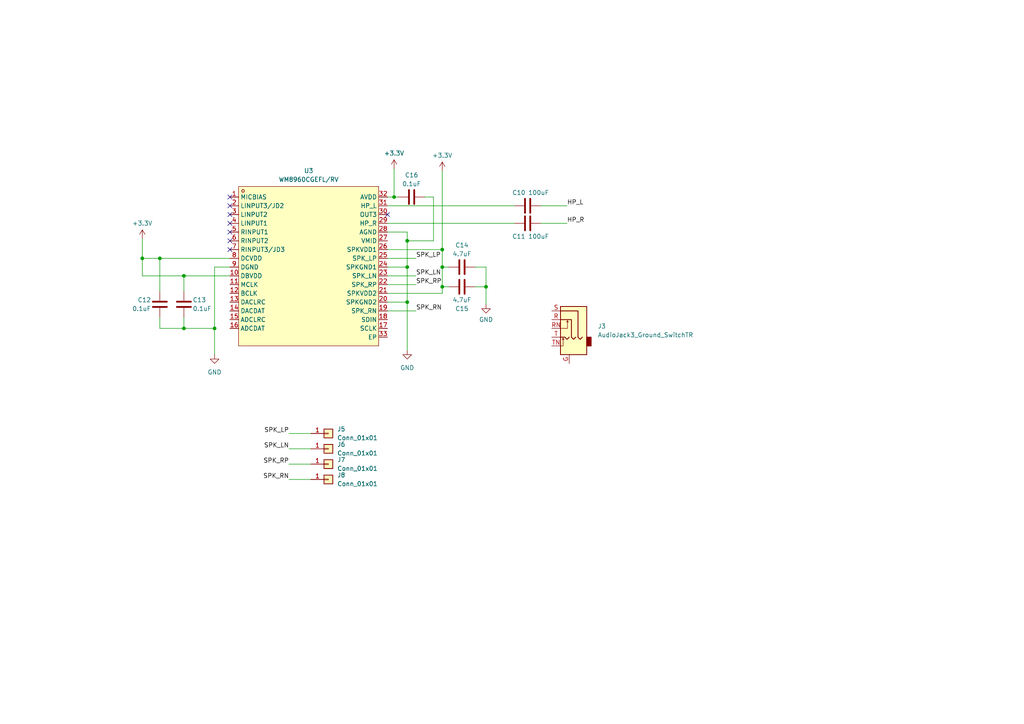
<source format=kicad_sch>
(kicad_sch (version 20230121) (generator eeschema)
  (paper "A4")
  (lib_symbols
    (symbol "Connector_Audio:AudioJack3_Ground_SwitchTR"
      (property "Reference" "J" (at 0 8.89 0))
      (property "Value" "AudioJack3_Ground_SwitchTR" (at 0 6.35 0))
      (symbol "AudioJack3_Ground_SwitchTR_0_1"
        (rectangle (start -5.08 -5.08) (end -6.35 -7.62) (stroke (width 0.254)) (fill (type outline)))
        (polyline (pts (xy 0.508 -0.254) (xy 0.762 -0.762)))
        (polyline (pts (xy 1.778 -5.334) (xy 2.032 -5.842)))
        (polyline (pts (xy 0 -5.08) (xy 0.635 -5.715) (xy 1.27 -5.08) (xy 2.54 -5.08)) (stroke (width 0.254)))
        (polyline (pts (xy 2.54 -7.62) (xy 1.778 -7.62) (xy 1.778 -5.334) (xy 1.524 -5.842)))
        (polyline (pts (xy 2.54 -2.54) (xy 0.508 -2.54) (xy 0.508 -0.254) (xy 0.254 -0.762)))
        (polyline (pts (xy -1.905 -5.08) (xy -1.27 -5.715) (xy -0.635 -5.08) (xy -0.635 0) (xy 2.54 0)) (stroke (width 0.254)))
        (polyline (pts (xy 2.54 2.54) (xy -2.54 2.54) (xy -2.54 -5.08) (xy -3.175 -5.715) (xy -3.81 -5.08)) (stroke (width 0.254)))
        (rectangle (start 2.54 3.81) (end -5.08 -10.16) (stroke (width 0.254)) (fill (type background)))
      )
      (symbol "AudioJack3_Ground_SwitchTR_1_1"
        (pin passive line (at 0 -12.7 90) (length 2.54) (name "~") (number "G"))
        (pin passive line (at 5.08 0 180) (length 2.54) (name "~") (number "R"))
        (pin passive line (at 5.08 -2.54 180) (length 2.54) (name "~") (number "RN"))
        (pin passive line (at 5.08 2.54 180) (length 2.54) (name "~") (number "S"))
        (pin passive line (at 5.08 -5.08 180) (length 2.54) (name "~") (number "T"))
        (pin passive line (at 5.08 -7.62 180) (length 2.54) (name "~") (number "TN"))
      )
    )
    (symbol "Connector_Generic:Conn_01x01" (pin_names (offset 1.016) hide)
      (property "Reference" "J" (at 0 2.54 0))
      (property "Value" "Conn_01x01" (at 0 -2.54 0))
      (symbol "Conn_01x01_1_1"
        (rectangle (start -1.27 0.127) (end 0 -0.127) (stroke (width 0.1524)))
        (rectangle (start -1.27 1.27) (end 1.27 -1.27) (stroke (width 0.254)) (fill (type background)))
        (pin passive line (at -5.08 0 0) (length 3.81) (name "Pin_1") (number "1"))
      )
    )
    (symbol "Device:C" (pin_numbers hide) (pin_names (offset 0.254))
      (property "Reference" "C" (at 0.635 2.54 0))
      (property "Value" "C" (at 0.635 -2.54 0))
      (symbol "C_0_1"
        (polyline (pts (xy -2.032 -0.762) (xy 2.032 -0.762)) (stroke (width 0.508)))
        (polyline (pts (xy -2.032 0.762) (xy 2.032 0.762)) (stroke (width 0.508)))
      )
      (symbol "C_1_1"
        (pin passive line (at 0 3.81 270) (length 2.794) (name "~") (number "1"))
        (pin passive line (at 0 -3.81 90) (length 2.794) (name "~") (number "2"))
      )
    )
    (symbol "easyeda2kicad:WM8960CGEFL_RV"
      (property "Reference" "U" (at 0 24.13 0))
      (property "Value" "WM8960CGEFL/RV" (at 0 -26.67 0))
      (symbol "WM8960CGEFL_RV_0_1"
        (rectangle (start -20.32 22.1) (end 20.32 -24.13) (fill (type background)))
        (circle (center -19.05 20.83) (radius 0.38))
        (circle (center -19.05 20.83) (radius 0.38))
        (pin unspecified line (at -22.86 19.05 0) (length 2.54) (name "MICBIAS") (number "1"))
        (pin unspecified line (at -22.86 -3.81 0) (length 2.54) (name "DBVDD") (number "10"))
        (pin unspecified line (at -22.86 -6.35 0) (length 2.54) (name "MCLK") (number "11"))
        (pin unspecified line (at -22.86 -8.89 0) (length 2.54) (name "BCLK") (number "12"))
        (pin unspecified line (at -22.86 -11.43 0) (length 2.54) (name "DACLRC") (number "13"))
        (pin unspecified line (at -22.86 -13.97 0) (length 2.54) (name "DACDAT") (number "14"))
        (pin unspecified line (at -22.86 -16.51 0) (length 2.54) (name "ADCLRC") (number "15"))
        (pin unspecified line (at -22.86 -19.05 0) (length 2.54) (name "ADCDAT") (number "16"))
        (pin unspecified line (at 22.86 -19.05 180) (length 2.54) (name "SCLK") (number "17"))
        (pin unspecified line (at 22.86 -16.51 180) (length 2.54) (name "SDIN") (number "18"))
        (pin unspecified line (at 22.86 -13.97 180) (length 2.54) (name "SPK_RN") (number "19"))
        (pin unspecified line (at -22.86 16.51 0) (length 2.54) (name "LINPUT3/JD2") (number "2"))
        (pin unspecified line (at 22.86 -11.43 180) (length 2.54) (name "SPKGND2") (number "20"))
        (pin unspecified line (at 22.86 -8.89 180) (length 2.54) (name "SPKVDD2") (number "21"))
        (pin unspecified line (at 22.86 -6.35 180) (length 2.54) (name "SPK_RP") (number "22"))
        (pin unspecified line (at 22.86 -3.81 180) (length 2.54) (name "SPK_LN") (number "23"))
        (pin unspecified line (at 22.86 -1.27 180) (length 2.54) (name "SPKGND1") (number "24"))
        (pin unspecified line (at 22.86 1.27 180) (length 2.54) (name "SPK_LP") (number "25"))
        (pin unspecified line (at 22.86 3.81 180) (length 2.54) (name "SPKVDD1") (number "26"))
        (pin unspecified line (at 22.86 6.35 180) (length 2.54) (name "VMID") (number "27"))
        (pin unspecified line (at 22.86 8.89 180) (length 2.54) (name "AGND") (number "28"))
        (pin unspecified line (at 22.86 11.43 180) (length 2.54) (name "HP_R") (number "29"))
        (pin unspecified line (at -22.86 13.97 0) (length 2.54) (name "LINPUT2") (number "3"))
        (pin unspecified line (at 22.86 13.97 180) (length 2.54) (name "OUT3") (number "30"))
        (pin unspecified line (at 22.86 16.51 180) (length 2.54) (name "HP_L") (number "31"))
        (pin unspecified line (at 22.86 19.05 180) (length 2.54) (name "AVDD") (number "32"))
        (pin unspecified line (at 22.86 -21.59 180) (length 2.54) (name "EP") (number "33"))
        (pin unspecified line (at -22.86 11.43 0) (length 2.54) (name "LINPUT1") (number "4"))
        (pin unspecified line (at -22.86 8.89 0) (length 2.54) (name "RINPUT1") (number "5"))
        (pin unspecified line (at -22.86 6.35 0) (length 2.54) (name "RINPUT2") (number "6"))
        (pin unspecified line (at -22.86 3.81 0) (length 2.54) (name "RINPUT3/JD3") (number "7"))
        (pin unspecified line (at -22.86 1.27 0) (length 2.54) (name "DCVDD") (number "8"))
        (pin unspecified line (at -22.86 -1.27 0) (length 2.54) (name "DGND") (number "9"))
      )
    )
    (symbol "power:+3.3V" (power) (pin_names (offset 0))
      (property "Value" "+3.3V" (at 0 3.556 0))
      (symbol "+3.3V_0_1"
        (polyline (pts (xy -0.762 1.27) (xy 0 2.54)))
        (polyline (pts (xy 0 0) (xy 0 2.54)))
        (polyline (pts (xy 0 2.54) (xy 0.762 1.27)))
      )
      (symbol "+3.3V_1_1"
        (pin power_in line (at 0 0 90) (length 0) hide (name "+3.3V") (number "1"))
      )
    )
    (symbol "power:GND" (power) (pin_names (offset 0))
      (property "Value" "GND" (at 0 -3.81 0))
      (symbol "GND_0_1"
        (polyline (pts (xy 0 0) (xy 0 -1.27) (xy 1.27 -1.27) (xy 0 -2.54) (xy -1.27 -1.27) (xy 0 -1.27)))
      )
      (symbol "GND_1_1"
        (pin power_in line (at 0 0 270) (length 0) hide (name "GND") (number "1"))
      )
    )
  )
  (junction (at 62.23 95.25))
  (junction (at 128.27 72.39))
  (junction (at 41.275 74.93))
  (junction (at 118.11 69.85))
  (junction (at 128.27 83.185))
  (junction (at 140.97 83.185))
  (junction (at 128.27 77.47))
  (junction (at 46.355 74.93))
  (junction (at 114.3 57.15))
  (junction (at 53.34 95.25))
  (junction (at 118.11 87.63))
  (junction (at 53.34 80.01))
  (junction (at 118.11 77.47))
  (no_connect (at 66.675 64.77))
  (no_connect (at 112.395 62.23))
  (no_connect (at 66.675 67.31))
  (no_connect (at 66.675 72.39))
  (no_connect (at 66.675 59.69))
  (no_connect (at 66.675 69.85))
  (no_connect (at 66.675 57.15))
  (no_connect (at 66.675 62.23))
  (wire (pts (xy 83.82 134.62) (xy 90.17 134.62)))
  (wire (pts (xy 112.395 74.93) (xy 120.65 74.93)))
  (wire (pts (xy 128.27 83.185) (xy 128.27 77.47)))
  (wire (pts (xy 62.23 95.25) (xy 62.23 102.87)))
  (wire (pts (xy 53.34 80.01) (xy 53.34 84.455)))
  (wire (pts (xy 66.675 77.47) (xy 62.23 77.47)))
  (wire (pts (xy 118.11 69.85) (xy 118.11 67.31)))
  (wire (pts (xy 53.34 92.075) (xy 53.34 95.25)))
  (wire (pts (xy 128.27 77.47) (xy 130.175 77.47)))
  (wire (pts (xy 112.395 80.01) (xy 120.65 80.01)))
  (wire (pts (xy 41.275 69.215) (xy 41.275 74.93)))
  (wire (pts (xy 156.845 59.69) (xy 164.465 59.69)))
  (wire (pts (xy 53.34 80.01) (xy 41.275 80.01)))
  (wire (pts (xy 156.845 64.77) (xy 164.465 64.77)))
  (wire (pts (xy 114.3 48.895) (xy 114.3 57.15)))
  (wire (pts (xy 125.73 69.85) (xy 118.11 69.85)))
  (wire (pts (xy 128.27 77.47) (xy 128.27 72.39)))
  (wire (pts (xy 114.3 57.15) (xy 112.395 57.15)))
  (wire (pts (xy 128.27 83.185) (xy 130.175 83.185)))
  (wire (pts (xy 46.355 92.075) (xy 46.355 95.25)))
  (wire (pts (xy 140.97 77.47) (xy 137.795 77.47)))
  (wire (pts (xy 112.395 87.63) (xy 118.11 87.63)))
  (wire (pts (xy 112.395 90.17) (xy 120.65 90.17)))
  (wire (pts (xy 118.11 87.63) (xy 118.11 77.47)))
  (wire (pts (xy 41.275 74.93) (xy 46.355 74.93)))
  (wire (pts (xy 118.11 67.31) (xy 112.395 67.31)))
  (wire (pts (xy 128.27 72.39) (xy 128.27 49.53)))
  (wire (pts (xy 62.23 77.47) (xy 62.23 95.25)))
  (wire (pts (xy 123.19 57.15) (xy 125.73 57.15)))
  (wire (pts (xy 140.97 88.265) (xy 140.97 83.185)))
  (wire (pts (xy 53.34 80.01) (xy 66.675 80.01)))
  (wire (pts (xy 83.82 125.73) (xy 90.17 125.73)))
  (wire (pts (xy 83.82 139.065) (xy 90.17 139.065)))
  (wire (pts (xy 137.795 83.185) (xy 140.97 83.185)))
  (wire (pts (xy 41.275 80.01) (xy 41.275 74.93)))
  (wire (pts (xy 112.395 64.77) (xy 149.225 64.77)))
  (wire (pts (xy 112.395 72.39) (xy 128.27 72.39)))
  (wire (pts (xy 112.395 85.09) (xy 128.27 85.09)))
  (wire (pts (xy 125.73 57.15) (xy 125.73 69.85)))
  (wire (pts (xy 128.27 85.09) (xy 128.27 83.185)))
  (wire (pts (xy 46.355 74.93) (xy 66.675 74.93)))
  (wire (pts (xy 140.97 83.185) (xy 140.97 77.47)))
  (wire (pts (xy 53.34 95.25) (xy 62.23 95.25)))
  (wire (pts (xy 112.395 77.47) (xy 118.11 77.47)))
  (wire (pts (xy 83.82 130.175) (xy 90.17 130.175)))
  (wire (pts (xy 46.355 74.93) (xy 46.355 84.455)))
  (wire (pts (xy 46.355 95.25) (xy 53.34 95.25)))
  (wire (pts (xy 118.11 101.6) (xy 118.11 87.63)))
  (wire (pts (xy 114.3 57.15) (xy 115.57 57.15)))
  (wire (pts (xy 112.395 59.69) (xy 149.225 59.69)))
  (wire (pts (xy 118.11 77.47) (xy 118.11 69.85)))
  (wire (pts (xy 112.395 82.55) (xy 120.65 82.55)))
  (label "SPK_RP" (at 120.65 82.55 0))
  (label "HP_R" (at 164.465 64.77 0))
  (label "HP_L" (at 164.465 59.69 0))
  (label "SPK_LP" (at 120.65 74.93 0))
  (label "SPK_LP" (at 83.82 125.73 180))
  (label "SPK_RN" (at 120.65 90.17 0))
  (label "SPK_LN" (at 120.65 80.01 0))
  (label "SPK_RN" (at 83.82 139.065 180))
  (label "SPK_RP" (at 83.82 134.62 180))
  (label "SPK_LN" (at 83.82 130.175 180))
  (symbol (lib_id "Device:C") (at 133.985 77.47 90) (unit 1)
    (property "Reference" "C14" (at 133.985 71.12 90))
    (property "Value" "4.7uF" (at 133.985 73.66 90))
  )
  (symbol (lib_id "Connector_Generic:Conn_01x01") (at 95.25 130.175 0) (unit 1)
    (property "Reference" "J6" (at 97.79 128.905 0) (effects (justify left)))
    (property "Value" "Conn_01x01" (at 97.79 131.445 0) (effects (justify left)))
  )
  (symbol (lib_id "Device:C") (at 133.985 83.185 90) (mirror x) (unit 1)
    (property "Reference" "C15" (at 133.985 89.535 90))
    (property "Value" "4.7uF" (at 133.985 86.995 90))
  )
  (symbol (lib_id "Device:C") (at 153.035 59.69 90) (unit 1)
    (property "Reference" "C10" (at 150.495 55.88 90))
    (property "Value" "100uF" (at 156.21 55.88 90))
  )
  (symbol (lib_id "power:GND") (at 140.97 88.265 0) (unit 1)
    (property "Reference" "#PWR029" (effects hide))
    (property "Value" "GND" (at 140.97 92.71 0))
  )
  (symbol (lib_id "power:GND") (at 118.11 101.6 0) (unit 1)
    (property "Reference" "#PWR026" (effects hide))
    (property "Value" "GND" (at 118.11 106.68 0))
  )
  (symbol (lib_id "Connector_Generic:Conn_01x01") (at 95.25 134.62 0) (unit 1)
    (property "Reference" "J7" (at 97.79 133.35 0) (effects (justify left)))
    (property "Value" "Conn_01x01" (at 97.79 135.89 0) (effects (justify left)))
  )
  (symbol (lib_id "Connector_Generic:Conn_01x01") (at 95.25 139.065 0) (unit 1)
    (property "Reference" "J8" (at 97.79 137.795 0) (effects (justify left)))
    (property "Value" "Conn_01x01" (at 97.79 140.335 0) (effects (justify left)))
  )
  (symbol (lib_id "Connector_Generic:Conn_01x01") (at 95.25 125.73 0) (unit 1)
    (property "Reference" "J5" (at 97.79 124.46 0) (effects (justify left)))
    (property "Value" "Conn_01x01" (at 97.79 127 0) (effects (justify left)))
  )
  (symbol (lib_id "power:+3.3V") (at 128.27 49.53 0) (unit 1)
    (property "Reference" "#PWR028" (effects hide))
    (property "Value" "+3.3V" (at 128.27 45.085 0))
  )
  (symbol (lib_id "easyeda2kicad:WM8960CGEFL_RV") (at 89.535 76.2 0) (unit 1)
    (property "Reference" "U3" (at 89.535 49.53 0))
    (property "Value" "WM8960CGEFL/RV" (at 89.535 52.07 0))
    (property "Footprint" "easyeda2kicad:QFN-32_L5.0-W5.0-P0.50-TL-EP" (effects hide))
    (property "Datasheet" "https://lcsc.com/product-detail/Audio-OpAmps_WOLFSON_WM8960CGEFL-RV_WM8960CGEFL-RV_C18752.html" (effects hide))
    (property "LCSC Part" "C18752" (effects hide))
  )
  (symbol (lib_id "Device:C") (at 119.38 57.15 90) (unit 1)
    (property "Reference" "C16" (at 119.38 50.8 90))
    (property "Value" "0.1uF" (at 119.38 53.34 90))
  )
  (symbol (lib_id "Connector_Audio:AudioJack3_Ground_SwitchTR") (at 165.1 92.71 0) (mirror y) (unit 1)
    (property "Reference" "J3" (at 173.355 94.615 0) (effects (justify right)))
    (property "Value" "AudioJack3_Ground_SwitchTR" (at 173.355 97.155 0) (effects (justify right)))
  )
  (symbol (lib_id "power:GND") (at 62.23 102.87 0) (unit 1)
    (property "Reference" "#PWR025" (effects hide))
    (property "Value" "GND" (at 62.23 107.95 0))
  )
  (symbol (lib_id "power:+3.3V") (at 114.3 48.895 0) (unit 1)
    (property "Reference" "#PWR030" (effects hide))
    (property "Value" "+3.3V" (at 114.3 44.45 0))
  )
  (symbol (lib_id "Device:C") (at 46.355 88.265 0) (mirror y) (unit 1)
    (property "Reference" "C12" (at 43.815 86.995 0) (effects (justify left)))
    (property "Value" "0.1uF" (at 43.815 89.535 0) (effects (justify left)))
  )
  (symbol (lib_id "power:+3.3V") (at 41.275 69.215 0) (unit 1)
    (property "Reference" "#PWR027" (effects hide))
    (property "Value" "+3.3V" (at 41.275 64.77 0))
  )
  (symbol (lib_id "Device:C") (at 153.035 64.77 270) (unit 1)
    (property "Reference" "C11" (at 150.495 68.58 90))
    (property "Value" "100uF" (at 156.21 68.58 90))
  )
  (symbol (lib_id "Device:C") (at 53.34 88.265 0) (unit 1)
    (property "Reference" "C13" (at 55.88 86.995 0) (effects (justify left)))
    (property "Value" "0.1uF" (at 55.88 89.535 0) (effects (justify left)))
  )
)
</source>
